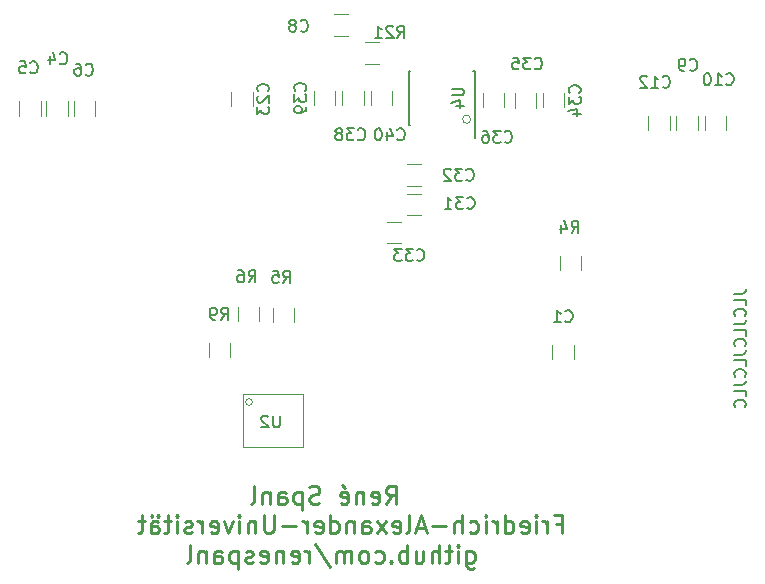
<source format=gbr>
%TF.GenerationSoftware,KiCad,Pcbnew,(5.1.5)-3*%
%TF.CreationDate,2020-11-20T20:43:40+01:00*%
%TF.ProjectId,PCB,5043422e-6b69-4636-9164-5f7063625858,rev?*%
%TF.SameCoordinates,Original*%
%TF.FileFunction,Legend,Bot*%
%TF.FilePolarity,Positive*%
%FSLAX46Y46*%
G04 Gerber Fmt 4.6, Leading zero omitted, Abs format (unit mm)*
G04 Created by KiCad (PCBNEW (5.1.5)-3) date 2020-11-20 20:43:40*
%MOMM*%
%LPD*%
G04 APERTURE LIST*
%ADD10C,0.150000*%
%ADD11C,0.250000*%
%ADD12C,0.120000*%
G04 APERTURE END LIST*
D10*
X129360680Y-145787052D02*
X130074966Y-145787052D01*
X130217823Y-145739433D01*
X130313061Y-145644195D01*
X130360680Y-145501338D01*
X130360680Y-145406100D01*
X130360680Y-146739433D02*
X130360680Y-146263242D01*
X129360680Y-146263242D01*
X130265442Y-147644195D02*
X130313061Y-147596576D01*
X130360680Y-147453719D01*
X130360680Y-147358480D01*
X130313061Y-147215623D01*
X130217823Y-147120385D01*
X130122585Y-147072766D01*
X129932109Y-147025147D01*
X129789252Y-147025147D01*
X129598776Y-147072766D01*
X129503538Y-147120385D01*
X129408300Y-147215623D01*
X129360680Y-147358480D01*
X129360680Y-147453719D01*
X129408300Y-147596576D01*
X129455919Y-147644195D01*
X129360680Y-148358480D02*
X130074966Y-148358480D01*
X130217823Y-148310861D01*
X130313061Y-148215623D01*
X130360680Y-148072766D01*
X130360680Y-147977528D01*
X130360680Y-149310861D02*
X130360680Y-148834671D01*
X129360680Y-148834671D01*
X130265442Y-150215623D02*
X130313061Y-150168004D01*
X130360680Y-150025147D01*
X130360680Y-149929909D01*
X130313061Y-149787052D01*
X130217823Y-149691814D01*
X130122585Y-149644195D01*
X129932109Y-149596576D01*
X129789252Y-149596576D01*
X129598776Y-149644195D01*
X129503538Y-149691814D01*
X129408300Y-149787052D01*
X129360680Y-149929909D01*
X129360680Y-150025147D01*
X129408300Y-150168004D01*
X129455919Y-150215623D01*
X129360680Y-150929909D02*
X130074966Y-150929909D01*
X130217823Y-150882290D01*
X130313061Y-150787052D01*
X130360680Y-150644195D01*
X130360680Y-150548957D01*
X130360680Y-151882290D02*
X130360680Y-151406100D01*
X129360680Y-151406100D01*
X130265442Y-152787052D02*
X130313061Y-152739433D01*
X130360680Y-152596576D01*
X130360680Y-152501338D01*
X130313061Y-152358480D01*
X130217823Y-152263242D01*
X130122585Y-152215623D01*
X129932109Y-152168004D01*
X129789252Y-152168004D01*
X129598776Y-152215623D01*
X129503538Y-152263242D01*
X129408300Y-152358480D01*
X129360680Y-152501338D01*
X129360680Y-152596576D01*
X129408300Y-152739433D01*
X129455919Y-152787052D01*
X129360680Y-153501338D02*
X130074966Y-153501338D01*
X130217823Y-153453719D01*
X130313061Y-153358480D01*
X130360680Y-153215623D01*
X130360680Y-153120385D01*
X130360680Y-154453719D02*
X130360680Y-153977528D01*
X129360680Y-153977528D01*
X130265442Y-155358480D02*
X130313061Y-155310861D01*
X130360680Y-155168004D01*
X130360680Y-155072766D01*
X130313061Y-154929909D01*
X130217823Y-154834671D01*
X130122585Y-154787052D01*
X129932109Y-154739433D01*
X129789252Y-154739433D01*
X129598776Y-154787052D01*
X129503538Y-154834671D01*
X129408300Y-154929909D01*
X129360680Y-155072766D01*
X129360680Y-155168004D01*
X129408300Y-155310861D01*
X129455919Y-155358480D01*
D11*
X99905771Y-163545271D02*
X100405771Y-162830985D01*
X100762914Y-163545271D02*
X100762914Y-162045271D01*
X100191485Y-162045271D01*
X100048628Y-162116700D01*
X99977200Y-162188128D01*
X99905771Y-162330985D01*
X99905771Y-162545271D01*
X99977200Y-162688128D01*
X100048628Y-162759557D01*
X100191485Y-162830985D01*
X100762914Y-162830985D01*
X98691485Y-163473842D02*
X98834342Y-163545271D01*
X99120057Y-163545271D01*
X99262914Y-163473842D01*
X99334342Y-163330985D01*
X99334342Y-162759557D01*
X99262914Y-162616700D01*
X99120057Y-162545271D01*
X98834342Y-162545271D01*
X98691485Y-162616700D01*
X98620057Y-162759557D01*
X98620057Y-162902414D01*
X99334342Y-163045271D01*
X97977200Y-162545271D02*
X97977200Y-163545271D01*
X97977200Y-162688128D02*
X97905771Y-162616700D01*
X97762914Y-162545271D01*
X97548628Y-162545271D01*
X97405771Y-162616700D01*
X97334342Y-162759557D01*
X97334342Y-163545271D01*
X96048628Y-163473842D02*
X96191485Y-163545271D01*
X96477200Y-163545271D01*
X96620057Y-163473842D01*
X96691485Y-163330985D01*
X96691485Y-162759557D01*
X96620057Y-162616700D01*
X96477200Y-162545271D01*
X96191485Y-162545271D01*
X96048628Y-162616700D01*
X95977200Y-162759557D01*
X95977200Y-162902414D01*
X96691485Y-163045271D01*
X96191485Y-161973842D02*
X96405771Y-162188128D01*
X94262914Y-163473842D02*
X94048628Y-163545271D01*
X93691485Y-163545271D01*
X93548628Y-163473842D01*
X93477200Y-163402414D01*
X93405771Y-163259557D01*
X93405771Y-163116700D01*
X93477200Y-162973842D01*
X93548628Y-162902414D01*
X93691485Y-162830985D01*
X93977200Y-162759557D01*
X94120057Y-162688128D01*
X94191485Y-162616700D01*
X94262914Y-162473842D01*
X94262914Y-162330985D01*
X94191485Y-162188128D01*
X94120057Y-162116700D01*
X93977200Y-162045271D01*
X93620057Y-162045271D01*
X93405771Y-162116700D01*
X92762914Y-162545271D02*
X92762914Y-164045271D01*
X92762914Y-162616700D02*
X92620057Y-162545271D01*
X92334342Y-162545271D01*
X92191485Y-162616700D01*
X92120057Y-162688128D01*
X92048628Y-162830985D01*
X92048628Y-163259557D01*
X92120057Y-163402414D01*
X92191485Y-163473842D01*
X92334342Y-163545271D01*
X92620057Y-163545271D01*
X92762914Y-163473842D01*
X90762914Y-163545271D02*
X90762914Y-162759557D01*
X90834342Y-162616700D01*
X90977200Y-162545271D01*
X91262914Y-162545271D01*
X91405771Y-162616700D01*
X90762914Y-163473842D02*
X90905771Y-163545271D01*
X91262914Y-163545271D01*
X91405771Y-163473842D01*
X91477200Y-163330985D01*
X91477200Y-163188128D01*
X91405771Y-163045271D01*
X91262914Y-162973842D01*
X90905771Y-162973842D01*
X90762914Y-162902414D01*
X90048628Y-162545271D02*
X90048628Y-163545271D01*
X90048628Y-162688128D02*
X89977200Y-162616700D01*
X89834342Y-162545271D01*
X89620057Y-162545271D01*
X89477200Y-162616700D01*
X89405771Y-162759557D01*
X89405771Y-163545271D01*
X88477200Y-163545271D02*
X88620057Y-163473842D01*
X88691485Y-163330985D01*
X88691485Y-162045271D01*
X114334342Y-165259557D02*
X114834342Y-165259557D01*
X114834342Y-166045271D02*
X114834342Y-164545271D01*
X114120057Y-164545271D01*
X113548628Y-166045271D02*
X113548628Y-165045271D01*
X113548628Y-165330985D02*
X113477200Y-165188128D01*
X113405771Y-165116700D01*
X113262914Y-165045271D01*
X113120057Y-165045271D01*
X112620057Y-166045271D02*
X112620057Y-165045271D01*
X112620057Y-164545271D02*
X112691485Y-164616700D01*
X112620057Y-164688128D01*
X112548628Y-164616700D01*
X112620057Y-164545271D01*
X112620057Y-164688128D01*
X111334342Y-165973842D02*
X111477200Y-166045271D01*
X111762914Y-166045271D01*
X111905771Y-165973842D01*
X111977200Y-165830985D01*
X111977200Y-165259557D01*
X111905771Y-165116700D01*
X111762914Y-165045271D01*
X111477200Y-165045271D01*
X111334342Y-165116700D01*
X111262914Y-165259557D01*
X111262914Y-165402414D01*
X111977200Y-165545271D01*
X109977200Y-166045271D02*
X109977200Y-164545271D01*
X109977200Y-165973842D02*
X110120057Y-166045271D01*
X110405771Y-166045271D01*
X110548628Y-165973842D01*
X110620057Y-165902414D01*
X110691485Y-165759557D01*
X110691485Y-165330985D01*
X110620057Y-165188128D01*
X110548628Y-165116700D01*
X110405771Y-165045271D01*
X110120057Y-165045271D01*
X109977200Y-165116700D01*
X109262914Y-166045271D02*
X109262914Y-165045271D01*
X109262914Y-165330985D02*
X109191485Y-165188128D01*
X109120057Y-165116700D01*
X108977200Y-165045271D01*
X108834342Y-165045271D01*
X108334342Y-166045271D02*
X108334342Y-165045271D01*
X108334342Y-164545271D02*
X108405771Y-164616700D01*
X108334342Y-164688128D01*
X108262914Y-164616700D01*
X108334342Y-164545271D01*
X108334342Y-164688128D01*
X106977200Y-165973842D02*
X107120057Y-166045271D01*
X107405771Y-166045271D01*
X107548628Y-165973842D01*
X107620057Y-165902414D01*
X107691485Y-165759557D01*
X107691485Y-165330985D01*
X107620057Y-165188128D01*
X107548628Y-165116700D01*
X107405771Y-165045271D01*
X107120057Y-165045271D01*
X106977200Y-165116700D01*
X106334342Y-166045271D02*
X106334342Y-164545271D01*
X105691485Y-166045271D02*
X105691485Y-165259557D01*
X105762914Y-165116700D01*
X105905771Y-165045271D01*
X106120057Y-165045271D01*
X106262914Y-165116700D01*
X106334342Y-165188128D01*
X104977200Y-165473842D02*
X103834342Y-165473842D01*
X103191485Y-165616700D02*
X102477200Y-165616700D01*
X103334342Y-166045271D02*
X102834342Y-164545271D01*
X102334342Y-166045271D01*
X101620057Y-166045271D02*
X101762914Y-165973842D01*
X101834342Y-165830985D01*
X101834342Y-164545271D01*
X100477200Y-165973842D02*
X100620057Y-166045271D01*
X100905771Y-166045271D01*
X101048628Y-165973842D01*
X101120057Y-165830985D01*
X101120057Y-165259557D01*
X101048628Y-165116700D01*
X100905771Y-165045271D01*
X100620057Y-165045271D01*
X100477200Y-165116700D01*
X100405771Y-165259557D01*
X100405771Y-165402414D01*
X101120057Y-165545271D01*
X99905771Y-166045271D02*
X99120057Y-165045271D01*
X99905771Y-165045271D02*
X99120057Y-166045271D01*
X97905771Y-166045271D02*
X97905771Y-165259557D01*
X97977200Y-165116700D01*
X98120057Y-165045271D01*
X98405771Y-165045271D01*
X98548628Y-165116700D01*
X97905771Y-165973842D02*
X98048628Y-166045271D01*
X98405771Y-166045271D01*
X98548628Y-165973842D01*
X98620057Y-165830985D01*
X98620057Y-165688128D01*
X98548628Y-165545271D01*
X98405771Y-165473842D01*
X98048628Y-165473842D01*
X97905771Y-165402414D01*
X97191485Y-165045271D02*
X97191485Y-166045271D01*
X97191485Y-165188128D02*
X97120057Y-165116700D01*
X96977200Y-165045271D01*
X96762914Y-165045271D01*
X96620057Y-165116700D01*
X96548628Y-165259557D01*
X96548628Y-166045271D01*
X95191485Y-166045271D02*
X95191485Y-164545271D01*
X95191485Y-165973842D02*
X95334342Y-166045271D01*
X95620057Y-166045271D01*
X95762914Y-165973842D01*
X95834342Y-165902414D01*
X95905771Y-165759557D01*
X95905771Y-165330985D01*
X95834342Y-165188128D01*
X95762914Y-165116700D01*
X95620057Y-165045271D01*
X95334342Y-165045271D01*
X95191485Y-165116700D01*
X93905771Y-165973842D02*
X94048628Y-166045271D01*
X94334342Y-166045271D01*
X94477200Y-165973842D01*
X94548628Y-165830985D01*
X94548628Y-165259557D01*
X94477200Y-165116700D01*
X94334342Y-165045271D01*
X94048628Y-165045271D01*
X93905771Y-165116700D01*
X93834342Y-165259557D01*
X93834342Y-165402414D01*
X94548628Y-165545271D01*
X93191485Y-166045271D02*
X93191485Y-165045271D01*
X93191485Y-165330985D02*
X93120057Y-165188128D01*
X93048628Y-165116700D01*
X92905771Y-165045271D01*
X92762914Y-165045271D01*
X92262914Y-165473842D02*
X91120057Y-165473842D01*
X90405771Y-164545271D02*
X90405771Y-165759557D01*
X90334342Y-165902414D01*
X90262914Y-165973842D01*
X90120057Y-166045271D01*
X89834342Y-166045271D01*
X89691485Y-165973842D01*
X89620057Y-165902414D01*
X89548628Y-165759557D01*
X89548628Y-164545271D01*
X88834342Y-165045271D02*
X88834342Y-166045271D01*
X88834342Y-165188128D02*
X88762914Y-165116700D01*
X88620057Y-165045271D01*
X88405771Y-165045271D01*
X88262914Y-165116700D01*
X88191485Y-165259557D01*
X88191485Y-166045271D01*
X87477200Y-166045271D02*
X87477200Y-165045271D01*
X87477200Y-164545271D02*
X87548628Y-164616700D01*
X87477200Y-164688128D01*
X87405771Y-164616700D01*
X87477200Y-164545271D01*
X87477200Y-164688128D01*
X86905771Y-165045271D02*
X86548628Y-166045271D01*
X86191485Y-165045271D01*
X85048628Y-165973842D02*
X85191485Y-166045271D01*
X85477200Y-166045271D01*
X85620057Y-165973842D01*
X85691485Y-165830985D01*
X85691485Y-165259557D01*
X85620057Y-165116700D01*
X85477200Y-165045271D01*
X85191485Y-165045271D01*
X85048628Y-165116700D01*
X84977200Y-165259557D01*
X84977200Y-165402414D01*
X85691485Y-165545271D01*
X84334342Y-166045271D02*
X84334342Y-165045271D01*
X84334342Y-165330985D02*
X84262914Y-165188128D01*
X84191485Y-165116700D01*
X84048628Y-165045271D01*
X83905771Y-165045271D01*
X83477200Y-165973842D02*
X83334342Y-166045271D01*
X83048628Y-166045271D01*
X82905771Y-165973842D01*
X82834342Y-165830985D01*
X82834342Y-165759557D01*
X82905771Y-165616700D01*
X83048628Y-165545271D01*
X83262914Y-165545271D01*
X83405771Y-165473842D01*
X83477200Y-165330985D01*
X83477200Y-165259557D01*
X83405771Y-165116700D01*
X83262914Y-165045271D01*
X83048628Y-165045271D01*
X82905771Y-165116700D01*
X82191485Y-166045271D02*
X82191485Y-165045271D01*
X82191485Y-164545271D02*
X82262914Y-164616700D01*
X82191485Y-164688128D01*
X82120057Y-164616700D01*
X82191485Y-164545271D01*
X82191485Y-164688128D01*
X81691485Y-165045271D02*
X81120057Y-165045271D01*
X81477200Y-164545271D02*
X81477200Y-165830985D01*
X81405771Y-165973842D01*
X81262914Y-166045271D01*
X81120057Y-166045271D01*
X79977200Y-166045271D02*
X79977200Y-165259557D01*
X80048628Y-165116700D01*
X80191485Y-165045271D01*
X80477200Y-165045271D01*
X80620057Y-165116700D01*
X79977200Y-165973842D02*
X80120057Y-166045271D01*
X80477200Y-166045271D01*
X80620057Y-165973842D01*
X80691485Y-165830985D01*
X80691485Y-165688128D01*
X80620057Y-165545271D01*
X80477200Y-165473842D01*
X80120057Y-165473842D01*
X79977200Y-165402414D01*
X80620057Y-164545271D02*
X80548628Y-164616700D01*
X80620057Y-164688128D01*
X80691485Y-164616700D01*
X80620057Y-164545271D01*
X80620057Y-164688128D01*
X80048628Y-164545271D02*
X79977200Y-164616700D01*
X80048628Y-164688128D01*
X80120057Y-164616700D01*
X80048628Y-164545271D01*
X80048628Y-164688128D01*
X79477200Y-165045271D02*
X78905771Y-165045271D01*
X79262914Y-164545271D02*
X79262914Y-165830985D01*
X79191485Y-165973842D01*
X79048628Y-166045271D01*
X78905771Y-166045271D01*
X106691485Y-167545271D02*
X106691485Y-168759557D01*
X106762914Y-168902414D01*
X106834342Y-168973842D01*
X106977200Y-169045271D01*
X107191485Y-169045271D01*
X107334342Y-168973842D01*
X106691485Y-168473842D02*
X106834342Y-168545271D01*
X107120057Y-168545271D01*
X107262914Y-168473842D01*
X107334342Y-168402414D01*
X107405771Y-168259557D01*
X107405771Y-167830985D01*
X107334342Y-167688128D01*
X107262914Y-167616700D01*
X107120057Y-167545271D01*
X106834342Y-167545271D01*
X106691485Y-167616700D01*
X105977200Y-168545271D02*
X105977200Y-167545271D01*
X105977200Y-167045271D02*
X106048628Y-167116700D01*
X105977200Y-167188128D01*
X105905771Y-167116700D01*
X105977200Y-167045271D01*
X105977200Y-167188128D01*
X105477200Y-167545271D02*
X104905771Y-167545271D01*
X105262914Y-167045271D02*
X105262914Y-168330985D01*
X105191485Y-168473842D01*
X105048628Y-168545271D01*
X104905771Y-168545271D01*
X104405771Y-168545271D02*
X104405771Y-167045271D01*
X103762914Y-168545271D02*
X103762914Y-167759557D01*
X103834342Y-167616700D01*
X103977200Y-167545271D01*
X104191485Y-167545271D01*
X104334342Y-167616700D01*
X104405771Y-167688128D01*
X102405771Y-167545271D02*
X102405771Y-168545271D01*
X103048628Y-167545271D02*
X103048628Y-168330985D01*
X102977200Y-168473842D01*
X102834342Y-168545271D01*
X102620057Y-168545271D01*
X102477200Y-168473842D01*
X102405771Y-168402414D01*
X101691485Y-168545271D02*
X101691485Y-167045271D01*
X101691485Y-167616700D02*
X101548628Y-167545271D01*
X101262914Y-167545271D01*
X101120057Y-167616700D01*
X101048628Y-167688128D01*
X100977200Y-167830985D01*
X100977200Y-168259557D01*
X101048628Y-168402414D01*
X101120057Y-168473842D01*
X101262914Y-168545271D01*
X101548628Y-168545271D01*
X101691485Y-168473842D01*
X100334342Y-168402414D02*
X100262914Y-168473842D01*
X100334342Y-168545271D01*
X100405771Y-168473842D01*
X100334342Y-168402414D01*
X100334342Y-168545271D01*
X98977200Y-168473842D02*
X99120057Y-168545271D01*
X99405771Y-168545271D01*
X99548628Y-168473842D01*
X99620057Y-168402414D01*
X99691485Y-168259557D01*
X99691485Y-167830985D01*
X99620057Y-167688128D01*
X99548628Y-167616700D01*
X99405771Y-167545271D01*
X99120057Y-167545271D01*
X98977200Y-167616700D01*
X98120057Y-168545271D02*
X98262914Y-168473842D01*
X98334342Y-168402414D01*
X98405771Y-168259557D01*
X98405771Y-167830985D01*
X98334342Y-167688128D01*
X98262914Y-167616700D01*
X98120057Y-167545271D01*
X97905771Y-167545271D01*
X97762914Y-167616700D01*
X97691485Y-167688128D01*
X97620057Y-167830985D01*
X97620057Y-168259557D01*
X97691485Y-168402414D01*
X97762914Y-168473842D01*
X97905771Y-168545271D01*
X98120057Y-168545271D01*
X96977200Y-168545271D02*
X96977200Y-167545271D01*
X96977200Y-167688128D02*
X96905771Y-167616700D01*
X96762914Y-167545271D01*
X96548628Y-167545271D01*
X96405771Y-167616700D01*
X96334342Y-167759557D01*
X96334342Y-168545271D01*
X96334342Y-167759557D02*
X96262914Y-167616700D01*
X96120057Y-167545271D01*
X95905771Y-167545271D01*
X95762914Y-167616700D01*
X95691485Y-167759557D01*
X95691485Y-168545271D01*
X93905771Y-166973842D02*
X95191485Y-168902414D01*
X93405771Y-168545271D02*
X93405771Y-167545271D01*
X93405771Y-167830985D02*
X93334342Y-167688128D01*
X93262914Y-167616700D01*
X93120057Y-167545271D01*
X92977200Y-167545271D01*
X91905771Y-168473842D02*
X92048628Y-168545271D01*
X92334342Y-168545271D01*
X92477200Y-168473842D01*
X92548628Y-168330985D01*
X92548628Y-167759557D01*
X92477200Y-167616700D01*
X92334342Y-167545271D01*
X92048628Y-167545271D01*
X91905771Y-167616700D01*
X91834342Y-167759557D01*
X91834342Y-167902414D01*
X92548628Y-168045271D01*
X91191485Y-167545271D02*
X91191485Y-168545271D01*
X91191485Y-167688128D02*
X91120057Y-167616700D01*
X90977200Y-167545271D01*
X90762914Y-167545271D01*
X90620057Y-167616700D01*
X90548628Y-167759557D01*
X90548628Y-168545271D01*
X89262914Y-168473842D02*
X89405771Y-168545271D01*
X89691485Y-168545271D01*
X89834342Y-168473842D01*
X89905771Y-168330985D01*
X89905771Y-167759557D01*
X89834342Y-167616700D01*
X89691485Y-167545271D01*
X89405771Y-167545271D01*
X89262914Y-167616700D01*
X89191485Y-167759557D01*
X89191485Y-167902414D01*
X89905771Y-168045271D01*
X88620057Y-168473842D02*
X88477200Y-168545271D01*
X88191485Y-168545271D01*
X88048628Y-168473842D01*
X87977200Y-168330985D01*
X87977200Y-168259557D01*
X88048628Y-168116700D01*
X88191485Y-168045271D01*
X88405771Y-168045271D01*
X88548628Y-167973842D01*
X88620057Y-167830985D01*
X88620057Y-167759557D01*
X88548628Y-167616700D01*
X88405771Y-167545271D01*
X88191485Y-167545271D01*
X88048628Y-167616700D01*
X87334342Y-167545271D02*
X87334342Y-169045271D01*
X87334342Y-167616700D02*
X87191485Y-167545271D01*
X86905771Y-167545271D01*
X86762914Y-167616700D01*
X86691485Y-167688128D01*
X86620057Y-167830985D01*
X86620057Y-168259557D01*
X86691485Y-168402414D01*
X86762914Y-168473842D01*
X86905771Y-168545271D01*
X87191485Y-168545271D01*
X87334342Y-168473842D01*
X85334342Y-168545271D02*
X85334342Y-167759557D01*
X85405771Y-167616700D01*
X85548628Y-167545271D01*
X85834342Y-167545271D01*
X85977200Y-167616700D01*
X85334342Y-168473842D02*
X85477200Y-168545271D01*
X85834342Y-168545271D01*
X85977200Y-168473842D01*
X86048628Y-168330985D01*
X86048628Y-168188128D01*
X85977200Y-168045271D01*
X85834342Y-167973842D01*
X85477200Y-167973842D01*
X85334342Y-167902414D01*
X84620057Y-167545271D02*
X84620057Y-168545271D01*
X84620057Y-167688128D02*
X84548628Y-167616700D01*
X84405771Y-167545271D01*
X84191485Y-167545271D01*
X84048628Y-167616700D01*
X83977200Y-167759557D01*
X83977200Y-168545271D01*
X83048628Y-168545271D02*
X83191485Y-168473842D01*
X83262914Y-168330985D01*
X83262914Y-167045271D01*
D12*
%TO.C,U2*%
X87751380Y-158751978D02*
X92851380Y-158751978D01*
X92851380Y-158751978D02*
X92851380Y-154251978D01*
X92851380Y-154251978D02*
X87771380Y-154251978D01*
X87771380Y-154251978D02*
X87771380Y-158751978D01*
X88577041Y-154941360D02*
G75*
G03X88577041Y-154941360I-289181J0D01*
G01*
D10*
%TO.C,U4*%
X107400000Y-126900000D02*
X107300000Y-126900000D01*
X101875000Y-126875000D02*
X101900000Y-126875000D01*
X101875000Y-131525000D02*
X101900000Y-131525000D01*
X107400000Y-132600000D02*
X107400000Y-126900000D01*
X101875000Y-131525000D02*
X101875000Y-126875000D01*
D12*
X107073210Y-131000000D02*
G75*
G03X107073210Y-131000000I-348210J0D01*
G01*
%TO.C,R5*%
X92133900Y-148195564D02*
X92133900Y-146991436D01*
X90313900Y-148195564D02*
X90313900Y-146991436D01*
%TO.C,R6*%
X89175000Y-148110964D02*
X89175000Y-146906836D01*
X87355000Y-148110964D02*
X87355000Y-146906836D01*
%TO.C,R21*%
X99314564Y-124490000D02*
X98110436Y-124490000D01*
X99314564Y-126310000D02*
X98110436Y-126310000D01*
%TO.C,R9*%
X86711200Y-151162164D02*
X86711200Y-149958036D01*
X84891200Y-151162164D02*
X84891200Y-149958036D01*
%TO.C,R4*%
X116410000Y-143789564D02*
X116410000Y-142585436D01*
X114590000Y-143789564D02*
X114590000Y-142585436D01*
%TO.C,C40*%
X100410000Y-129802064D02*
X100410000Y-128597936D01*
X98590000Y-129802064D02*
X98590000Y-128597936D01*
%TO.C,C39*%
X95610000Y-129814564D02*
X95610000Y-128610436D01*
X93790000Y-129814564D02*
X93790000Y-128610436D01*
%TO.C,C38*%
X98010000Y-129802064D02*
X98010000Y-128597936D01*
X96190000Y-129802064D02*
X96190000Y-128597936D01*
%TO.C,C36*%
X109910000Y-129989564D02*
X109910000Y-128785436D01*
X108090000Y-129989564D02*
X108090000Y-128785436D01*
%TO.C,C35*%
X112610000Y-130014564D02*
X112610000Y-128810436D01*
X110790000Y-130014564D02*
X110790000Y-128810436D01*
%TO.C,C34*%
X115010000Y-130002064D02*
X115010000Y-128797936D01*
X113190000Y-130002064D02*
X113190000Y-128797936D01*
%TO.C,C33*%
X99997936Y-141510000D02*
X101202064Y-141510000D01*
X99997936Y-139690000D02*
X101202064Y-139690000D01*
%TO.C,C32*%
X102902064Y-137290000D02*
X101697936Y-137290000D01*
X102902064Y-139110000D02*
X101697936Y-139110000D01*
%TO.C,C31*%
X101697936Y-136610000D02*
X102902064Y-136610000D01*
X101697936Y-134790000D02*
X102902064Y-134790000D01*
%TO.C,C23*%
X88610000Y-129889564D02*
X88610000Y-128685436D01*
X86790000Y-129889564D02*
X86790000Y-128685436D01*
%TO.C,C12*%
X122090000Y-130685436D02*
X122090000Y-131889564D01*
X123910000Y-130685436D02*
X123910000Y-131889564D01*
%TO.C,C10*%
X126890000Y-130697936D02*
X126890000Y-131902064D01*
X128710000Y-130697936D02*
X128710000Y-131902064D01*
%TO.C,C9*%
X124490000Y-130685436D02*
X124490000Y-131889564D01*
X126310000Y-130685436D02*
X126310000Y-131889564D01*
%TO.C,C8*%
X95487736Y-123922200D02*
X96691864Y-123922200D01*
X95487736Y-122102200D02*
X96691864Y-122102200D01*
%TO.C,C6*%
X73448500Y-129482436D02*
X73448500Y-130686564D01*
X75268500Y-129482436D02*
X75268500Y-130686564D01*
%TO.C,C5*%
X68838400Y-129482436D02*
X68838400Y-130686564D01*
X70658400Y-129482436D02*
X70658400Y-130686564D01*
%TO.C,C4*%
X71137100Y-129482436D02*
X71137100Y-130686564D01*
X72957100Y-129482436D02*
X72957100Y-130686564D01*
%TO.C,C1*%
X115781500Y-151314564D02*
X115781500Y-150110436D01*
X113961500Y-151314564D02*
X113961500Y-150110436D01*
%TO.C,U2*%
D10*
X90906504Y-156094180D02*
X90906504Y-156903704D01*
X90858885Y-156998942D01*
X90811266Y-157046561D01*
X90716028Y-157094180D01*
X90525552Y-157094180D01*
X90430314Y-157046561D01*
X90382695Y-156998942D01*
X90335076Y-156903704D01*
X90335076Y-156094180D01*
X89906504Y-156189419D02*
X89858885Y-156141800D01*
X89763647Y-156094180D01*
X89525552Y-156094180D01*
X89430314Y-156141800D01*
X89382695Y-156189419D01*
X89335076Y-156284657D01*
X89335076Y-156379895D01*
X89382695Y-156522752D01*
X89954123Y-157094180D01*
X89335076Y-157094180D01*
%TO.C,U4*%
X105484680Y-128397095D02*
X106294204Y-128397095D01*
X106389442Y-128444714D01*
X106437061Y-128492333D01*
X106484680Y-128587571D01*
X106484680Y-128778047D01*
X106437061Y-128873285D01*
X106389442Y-128920904D01*
X106294204Y-128968523D01*
X105484680Y-128968523D01*
X105818014Y-129873285D02*
X106484680Y-129873285D01*
X105437061Y-129635190D02*
X106151347Y-129397095D01*
X106151347Y-130016142D01*
%TO.C,R5*%
X91200266Y-144838680D02*
X91533600Y-144362490D01*
X91771695Y-144838680D02*
X91771695Y-143838680D01*
X91390742Y-143838680D01*
X91295504Y-143886300D01*
X91247885Y-143933919D01*
X91200266Y-144029157D01*
X91200266Y-144172014D01*
X91247885Y-144267252D01*
X91295504Y-144314871D01*
X91390742Y-144362490D01*
X91771695Y-144362490D01*
X90295504Y-143838680D02*
X90771695Y-143838680D01*
X90819314Y-144314871D01*
X90771695Y-144267252D01*
X90676457Y-144219633D01*
X90438361Y-144219633D01*
X90343123Y-144267252D01*
X90295504Y-144314871D01*
X90247885Y-144410109D01*
X90247885Y-144648204D01*
X90295504Y-144743442D01*
X90343123Y-144791061D01*
X90438361Y-144838680D01*
X90676457Y-144838680D01*
X90771695Y-144791061D01*
X90819314Y-144743442D01*
%TO.C,R6*%
X88266566Y-144787880D02*
X88599900Y-144311690D01*
X88837995Y-144787880D02*
X88837995Y-143787880D01*
X88457042Y-143787880D01*
X88361804Y-143835500D01*
X88314185Y-143883119D01*
X88266566Y-143978357D01*
X88266566Y-144121214D01*
X88314185Y-144216452D01*
X88361804Y-144264071D01*
X88457042Y-144311690D01*
X88837995Y-144311690D01*
X87409423Y-143787880D02*
X87599900Y-143787880D01*
X87695138Y-143835500D01*
X87742757Y-143883119D01*
X87837995Y-144025976D01*
X87885614Y-144216452D01*
X87885614Y-144597404D01*
X87837995Y-144692642D01*
X87790376Y-144740261D01*
X87695138Y-144787880D01*
X87504661Y-144787880D01*
X87409423Y-144740261D01*
X87361804Y-144692642D01*
X87314185Y-144597404D01*
X87314185Y-144359309D01*
X87361804Y-144264071D01*
X87409423Y-144216452D01*
X87504661Y-144168833D01*
X87695138Y-144168833D01*
X87790376Y-144216452D01*
X87837995Y-144264071D01*
X87885614Y-144359309D01*
%TO.C,R21*%
X100871257Y-124099580D02*
X101204590Y-123623390D01*
X101442685Y-124099580D02*
X101442685Y-123099580D01*
X101061733Y-123099580D01*
X100966495Y-123147200D01*
X100918876Y-123194819D01*
X100871257Y-123290057D01*
X100871257Y-123432914D01*
X100918876Y-123528152D01*
X100966495Y-123575771D01*
X101061733Y-123623390D01*
X101442685Y-123623390D01*
X100490304Y-123194819D02*
X100442685Y-123147200D01*
X100347447Y-123099580D01*
X100109352Y-123099580D01*
X100014114Y-123147200D01*
X99966495Y-123194819D01*
X99918876Y-123290057D01*
X99918876Y-123385295D01*
X99966495Y-123528152D01*
X100537923Y-124099580D01*
X99918876Y-124099580D01*
X98966495Y-124099580D02*
X99537923Y-124099580D01*
X99252209Y-124099580D02*
X99252209Y-123099580D01*
X99347447Y-123242438D01*
X99442685Y-123337676D01*
X99537923Y-123385295D01*
%TO.C,R9*%
X85929766Y-147962880D02*
X86263100Y-147486690D01*
X86501195Y-147962880D02*
X86501195Y-146962880D01*
X86120242Y-146962880D01*
X86025004Y-147010500D01*
X85977385Y-147058119D01*
X85929766Y-147153357D01*
X85929766Y-147296214D01*
X85977385Y-147391452D01*
X86025004Y-147439071D01*
X86120242Y-147486690D01*
X86501195Y-147486690D01*
X85453576Y-147962880D02*
X85263100Y-147962880D01*
X85167861Y-147915261D01*
X85120242Y-147867642D01*
X85025004Y-147724785D01*
X84977385Y-147534309D01*
X84977385Y-147153357D01*
X85025004Y-147058119D01*
X85072623Y-147010500D01*
X85167861Y-146962880D01*
X85358338Y-146962880D01*
X85453576Y-147010500D01*
X85501195Y-147058119D01*
X85548814Y-147153357D01*
X85548814Y-147391452D01*
X85501195Y-147486690D01*
X85453576Y-147534309D01*
X85358338Y-147581928D01*
X85167861Y-147581928D01*
X85072623Y-147534309D01*
X85025004Y-147486690D01*
X84977385Y-147391452D01*
%TO.C,R4*%
X115609666Y-140609580D02*
X115943000Y-140133390D01*
X116181095Y-140609580D02*
X116181095Y-139609580D01*
X115800142Y-139609580D01*
X115704904Y-139657200D01*
X115657285Y-139704819D01*
X115609666Y-139800057D01*
X115609666Y-139942914D01*
X115657285Y-140038152D01*
X115704904Y-140085771D01*
X115800142Y-140133390D01*
X116181095Y-140133390D01*
X114752523Y-139942914D02*
X114752523Y-140609580D01*
X114990619Y-139561961D02*
X115228714Y-140276247D01*
X114609666Y-140276247D01*
%TO.C,C40*%
X100858557Y-132678442D02*
X100906176Y-132726061D01*
X101049033Y-132773680D01*
X101144271Y-132773680D01*
X101287128Y-132726061D01*
X101382366Y-132630823D01*
X101429985Y-132535585D01*
X101477604Y-132345109D01*
X101477604Y-132202252D01*
X101429985Y-132011776D01*
X101382366Y-131916538D01*
X101287128Y-131821300D01*
X101144271Y-131773680D01*
X101049033Y-131773680D01*
X100906176Y-131821300D01*
X100858557Y-131868919D01*
X100001414Y-132107014D02*
X100001414Y-132773680D01*
X100239509Y-131726061D02*
X100477604Y-132440347D01*
X99858557Y-132440347D01*
X99287128Y-131773680D02*
X99191890Y-131773680D01*
X99096652Y-131821300D01*
X99049033Y-131868919D01*
X99001414Y-131964157D01*
X98953795Y-132154633D01*
X98953795Y-132392728D01*
X99001414Y-132583204D01*
X99049033Y-132678442D01*
X99096652Y-132726061D01*
X99191890Y-132773680D01*
X99287128Y-132773680D01*
X99382366Y-132726061D01*
X99429985Y-132678442D01*
X99477604Y-132583204D01*
X99525223Y-132392728D01*
X99525223Y-132154633D01*
X99477604Y-131964157D01*
X99429985Y-131868919D01*
X99382366Y-131821300D01*
X99287128Y-131773680D01*
%TO.C,C39*%
X93041742Y-128566942D02*
X93089361Y-128519323D01*
X93136980Y-128376466D01*
X93136980Y-128281228D01*
X93089361Y-128138371D01*
X92994123Y-128043133D01*
X92898885Y-127995514D01*
X92708409Y-127947895D01*
X92565552Y-127947895D01*
X92375076Y-127995514D01*
X92279838Y-128043133D01*
X92184600Y-128138371D01*
X92136980Y-128281228D01*
X92136980Y-128376466D01*
X92184600Y-128519323D01*
X92232219Y-128566942D01*
X92136980Y-128900276D02*
X92136980Y-129519323D01*
X92517933Y-129185990D01*
X92517933Y-129328847D01*
X92565552Y-129424085D01*
X92613171Y-129471704D01*
X92708409Y-129519323D01*
X92946504Y-129519323D01*
X93041742Y-129471704D01*
X93089361Y-129424085D01*
X93136980Y-129328847D01*
X93136980Y-129043133D01*
X93089361Y-128947895D01*
X93041742Y-128900276D01*
X93136980Y-129995514D02*
X93136980Y-130185990D01*
X93089361Y-130281228D01*
X93041742Y-130328847D01*
X92898885Y-130424085D01*
X92708409Y-130471704D01*
X92327457Y-130471704D01*
X92232219Y-130424085D01*
X92184600Y-130376466D01*
X92136980Y-130281228D01*
X92136980Y-130090752D01*
X92184600Y-129995514D01*
X92232219Y-129947895D01*
X92327457Y-129900276D01*
X92565552Y-129900276D01*
X92660790Y-129947895D01*
X92708409Y-129995514D01*
X92756028Y-130090752D01*
X92756028Y-130281228D01*
X92708409Y-130376466D01*
X92660790Y-130424085D01*
X92565552Y-130471704D01*
%TO.C,C38*%
X97518457Y-132678442D02*
X97566076Y-132726061D01*
X97708933Y-132773680D01*
X97804171Y-132773680D01*
X97947028Y-132726061D01*
X98042266Y-132630823D01*
X98089885Y-132535585D01*
X98137504Y-132345109D01*
X98137504Y-132202252D01*
X98089885Y-132011776D01*
X98042266Y-131916538D01*
X97947028Y-131821300D01*
X97804171Y-131773680D01*
X97708933Y-131773680D01*
X97566076Y-131821300D01*
X97518457Y-131868919D01*
X97185123Y-131773680D02*
X96566076Y-131773680D01*
X96899409Y-132154633D01*
X96756552Y-132154633D01*
X96661314Y-132202252D01*
X96613695Y-132249871D01*
X96566076Y-132345109D01*
X96566076Y-132583204D01*
X96613695Y-132678442D01*
X96661314Y-132726061D01*
X96756552Y-132773680D01*
X97042266Y-132773680D01*
X97137504Y-132726061D01*
X97185123Y-132678442D01*
X95994647Y-132202252D02*
X96089885Y-132154633D01*
X96137504Y-132107014D01*
X96185123Y-132011776D01*
X96185123Y-131964157D01*
X96137504Y-131868919D01*
X96089885Y-131821300D01*
X95994647Y-131773680D01*
X95804171Y-131773680D01*
X95708933Y-131821300D01*
X95661314Y-131868919D01*
X95613695Y-131964157D01*
X95613695Y-132011776D01*
X95661314Y-132107014D01*
X95708933Y-132154633D01*
X95804171Y-132202252D01*
X95994647Y-132202252D01*
X96089885Y-132249871D01*
X96137504Y-132297490D01*
X96185123Y-132392728D01*
X96185123Y-132583204D01*
X96137504Y-132678442D01*
X96089885Y-132726061D01*
X95994647Y-132773680D01*
X95804171Y-132773680D01*
X95708933Y-132726061D01*
X95661314Y-132678442D01*
X95613695Y-132583204D01*
X95613695Y-132392728D01*
X95661314Y-132297490D01*
X95708933Y-132249871D01*
X95804171Y-132202252D01*
%TO.C,C36*%
X109939057Y-132894342D02*
X109986676Y-132941961D01*
X110129533Y-132989580D01*
X110224771Y-132989580D01*
X110367628Y-132941961D01*
X110462866Y-132846723D01*
X110510485Y-132751485D01*
X110558104Y-132561009D01*
X110558104Y-132418152D01*
X110510485Y-132227676D01*
X110462866Y-132132438D01*
X110367628Y-132037200D01*
X110224771Y-131989580D01*
X110129533Y-131989580D01*
X109986676Y-132037200D01*
X109939057Y-132084819D01*
X109605723Y-131989580D02*
X108986676Y-131989580D01*
X109320009Y-132370533D01*
X109177152Y-132370533D01*
X109081914Y-132418152D01*
X109034295Y-132465771D01*
X108986676Y-132561009D01*
X108986676Y-132799104D01*
X109034295Y-132894342D01*
X109081914Y-132941961D01*
X109177152Y-132989580D01*
X109462866Y-132989580D01*
X109558104Y-132941961D01*
X109605723Y-132894342D01*
X108129533Y-131989580D02*
X108320009Y-131989580D01*
X108415247Y-132037200D01*
X108462866Y-132084819D01*
X108558104Y-132227676D01*
X108605723Y-132418152D01*
X108605723Y-132799104D01*
X108558104Y-132894342D01*
X108510485Y-132941961D01*
X108415247Y-132989580D01*
X108224771Y-132989580D01*
X108129533Y-132941961D01*
X108081914Y-132894342D01*
X108034295Y-132799104D01*
X108034295Y-132561009D01*
X108081914Y-132465771D01*
X108129533Y-132418152D01*
X108224771Y-132370533D01*
X108415247Y-132370533D01*
X108510485Y-132418152D01*
X108558104Y-132465771D01*
X108605723Y-132561009D01*
%TO.C,C35*%
X112491757Y-126684042D02*
X112539376Y-126731661D01*
X112682233Y-126779280D01*
X112777471Y-126779280D01*
X112920328Y-126731661D01*
X113015566Y-126636423D01*
X113063185Y-126541185D01*
X113110804Y-126350709D01*
X113110804Y-126207852D01*
X113063185Y-126017376D01*
X113015566Y-125922138D01*
X112920328Y-125826900D01*
X112777471Y-125779280D01*
X112682233Y-125779280D01*
X112539376Y-125826900D01*
X112491757Y-125874519D01*
X112158423Y-125779280D02*
X111539376Y-125779280D01*
X111872709Y-126160233D01*
X111729852Y-126160233D01*
X111634614Y-126207852D01*
X111586995Y-126255471D01*
X111539376Y-126350709D01*
X111539376Y-126588804D01*
X111586995Y-126684042D01*
X111634614Y-126731661D01*
X111729852Y-126779280D01*
X112015566Y-126779280D01*
X112110804Y-126731661D01*
X112158423Y-126684042D01*
X110634614Y-125779280D02*
X111110804Y-125779280D01*
X111158423Y-126255471D01*
X111110804Y-126207852D01*
X111015566Y-126160233D01*
X110777471Y-126160233D01*
X110682233Y-126207852D01*
X110634614Y-126255471D01*
X110586995Y-126350709D01*
X110586995Y-126588804D01*
X110634614Y-126684042D01*
X110682233Y-126731661D01*
X110777471Y-126779280D01*
X111015566Y-126779280D01*
X111110804Y-126731661D01*
X111158423Y-126684042D01*
%TO.C,C34*%
X116277142Y-128757142D02*
X116324761Y-128709523D01*
X116372380Y-128566666D01*
X116372380Y-128471428D01*
X116324761Y-128328571D01*
X116229523Y-128233333D01*
X116134285Y-128185714D01*
X115943809Y-128138095D01*
X115800952Y-128138095D01*
X115610476Y-128185714D01*
X115515238Y-128233333D01*
X115420000Y-128328571D01*
X115372380Y-128471428D01*
X115372380Y-128566666D01*
X115420000Y-128709523D01*
X115467619Y-128757142D01*
X115372380Y-129090476D02*
X115372380Y-129709523D01*
X115753333Y-129376190D01*
X115753333Y-129519047D01*
X115800952Y-129614285D01*
X115848571Y-129661904D01*
X115943809Y-129709523D01*
X116181904Y-129709523D01*
X116277142Y-129661904D01*
X116324761Y-129614285D01*
X116372380Y-129519047D01*
X116372380Y-129233333D01*
X116324761Y-129138095D01*
X116277142Y-129090476D01*
X115705714Y-130566666D02*
X116372380Y-130566666D01*
X115324761Y-130328571D02*
X116039047Y-130090476D01*
X116039047Y-130709523D01*
%TO.C,C33*%
X102509557Y-142889242D02*
X102557176Y-142936861D01*
X102700033Y-142984480D01*
X102795271Y-142984480D01*
X102938128Y-142936861D01*
X103033366Y-142841623D01*
X103080985Y-142746385D01*
X103128604Y-142555909D01*
X103128604Y-142413052D01*
X103080985Y-142222576D01*
X103033366Y-142127338D01*
X102938128Y-142032100D01*
X102795271Y-141984480D01*
X102700033Y-141984480D01*
X102557176Y-142032100D01*
X102509557Y-142079719D01*
X102176223Y-141984480D02*
X101557176Y-141984480D01*
X101890509Y-142365433D01*
X101747652Y-142365433D01*
X101652414Y-142413052D01*
X101604795Y-142460671D01*
X101557176Y-142555909D01*
X101557176Y-142794004D01*
X101604795Y-142889242D01*
X101652414Y-142936861D01*
X101747652Y-142984480D01*
X102033366Y-142984480D01*
X102128604Y-142936861D01*
X102176223Y-142889242D01*
X101223842Y-141984480D02*
X100604795Y-141984480D01*
X100938128Y-142365433D01*
X100795271Y-142365433D01*
X100700033Y-142413052D01*
X100652414Y-142460671D01*
X100604795Y-142555909D01*
X100604795Y-142794004D01*
X100652414Y-142889242D01*
X100700033Y-142936861D01*
X100795271Y-142984480D01*
X101080985Y-142984480D01*
X101176223Y-142936861D01*
X101223842Y-142889242D01*
%TO.C,C32*%
X106700557Y-136107442D02*
X106748176Y-136155061D01*
X106891033Y-136202680D01*
X106986271Y-136202680D01*
X107129128Y-136155061D01*
X107224366Y-136059823D01*
X107271985Y-135964585D01*
X107319604Y-135774109D01*
X107319604Y-135631252D01*
X107271985Y-135440776D01*
X107224366Y-135345538D01*
X107129128Y-135250300D01*
X106986271Y-135202680D01*
X106891033Y-135202680D01*
X106748176Y-135250300D01*
X106700557Y-135297919D01*
X106367223Y-135202680D02*
X105748176Y-135202680D01*
X106081509Y-135583633D01*
X105938652Y-135583633D01*
X105843414Y-135631252D01*
X105795795Y-135678871D01*
X105748176Y-135774109D01*
X105748176Y-136012204D01*
X105795795Y-136107442D01*
X105843414Y-136155061D01*
X105938652Y-136202680D01*
X106224366Y-136202680D01*
X106319604Y-136155061D01*
X106367223Y-136107442D01*
X105367223Y-135297919D02*
X105319604Y-135250300D01*
X105224366Y-135202680D01*
X104986271Y-135202680D01*
X104891033Y-135250300D01*
X104843414Y-135297919D01*
X104795795Y-135393157D01*
X104795795Y-135488395D01*
X104843414Y-135631252D01*
X105414842Y-136202680D01*
X104795795Y-136202680D01*
%TO.C,C31*%
X106776757Y-138495042D02*
X106824376Y-138542661D01*
X106967233Y-138590280D01*
X107062471Y-138590280D01*
X107205328Y-138542661D01*
X107300566Y-138447423D01*
X107348185Y-138352185D01*
X107395804Y-138161709D01*
X107395804Y-138018852D01*
X107348185Y-137828376D01*
X107300566Y-137733138D01*
X107205328Y-137637900D01*
X107062471Y-137590280D01*
X106967233Y-137590280D01*
X106824376Y-137637900D01*
X106776757Y-137685519D01*
X106443423Y-137590280D02*
X105824376Y-137590280D01*
X106157709Y-137971233D01*
X106014852Y-137971233D01*
X105919614Y-138018852D01*
X105871995Y-138066471D01*
X105824376Y-138161709D01*
X105824376Y-138399804D01*
X105871995Y-138495042D01*
X105919614Y-138542661D01*
X106014852Y-138590280D01*
X106300566Y-138590280D01*
X106395804Y-138542661D01*
X106443423Y-138495042D01*
X104871995Y-138590280D02*
X105443423Y-138590280D01*
X105157709Y-138590280D02*
X105157709Y-137590280D01*
X105252947Y-137733138D01*
X105348185Y-137828376D01*
X105443423Y-137875995D01*
%TO.C,C23*%
X89877142Y-128644642D02*
X89924761Y-128597023D01*
X89972380Y-128454166D01*
X89972380Y-128358928D01*
X89924761Y-128216071D01*
X89829523Y-128120833D01*
X89734285Y-128073214D01*
X89543809Y-128025595D01*
X89400952Y-128025595D01*
X89210476Y-128073214D01*
X89115238Y-128120833D01*
X89020000Y-128216071D01*
X88972380Y-128358928D01*
X88972380Y-128454166D01*
X89020000Y-128597023D01*
X89067619Y-128644642D01*
X89067619Y-129025595D02*
X89020000Y-129073214D01*
X88972380Y-129168452D01*
X88972380Y-129406547D01*
X89020000Y-129501785D01*
X89067619Y-129549404D01*
X89162857Y-129597023D01*
X89258095Y-129597023D01*
X89400952Y-129549404D01*
X89972380Y-128977976D01*
X89972380Y-129597023D01*
X88972380Y-129930357D02*
X88972380Y-130549404D01*
X89353333Y-130216071D01*
X89353333Y-130358928D01*
X89400952Y-130454166D01*
X89448571Y-130501785D01*
X89543809Y-130549404D01*
X89781904Y-130549404D01*
X89877142Y-130501785D01*
X89924761Y-130454166D01*
X89972380Y-130358928D01*
X89972380Y-130073214D01*
X89924761Y-129977976D01*
X89877142Y-129930357D01*
%TO.C,C12*%
X123312157Y-128233442D02*
X123359776Y-128281061D01*
X123502633Y-128328680D01*
X123597871Y-128328680D01*
X123740728Y-128281061D01*
X123835966Y-128185823D01*
X123883585Y-128090585D01*
X123931204Y-127900109D01*
X123931204Y-127757252D01*
X123883585Y-127566776D01*
X123835966Y-127471538D01*
X123740728Y-127376300D01*
X123597871Y-127328680D01*
X123502633Y-127328680D01*
X123359776Y-127376300D01*
X123312157Y-127423919D01*
X122359776Y-128328680D02*
X122931204Y-128328680D01*
X122645490Y-128328680D02*
X122645490Y-127328680D01*
X122740728Y-127471538D01*
X122835966Y-127566776D01*
X122931204Y-127614395D01*
X121978823Y-127423919D02*
X121931204Y-127376300D01*
X121835966Y-127328680D01*
X121597871Y-127328680D01*
X121502633Y-127376300D01*
X121455014Y-127423919D01*
X121407395Y-127519157D01*
X121407395Y-127614395D01*
X121455014Y-127757252D01*
X122026442Y-128328680D01*
X121407395Y-128328680D01*
%TO.C,C10*%
X128709657Y-128017542D02*
X128757276Y-128065161D01*
X128900133Y-128112780D01*
X128995371Y-128112780D01*
X129138228Y-128065161D01*
X129233466Y-127969923D01*
X129281085Y-127874685D01*
X129328704Y-127684209D01*
X129328704Y-127541352D01*
X129281085Y-127350876D01*
X129233466Y-127255638D01*
X129138228Y-127160400D01*
X128995371Y-127112780D01*
X128900133Y-127112780D01*
X128757276Y-127160400D01*
X128709657Y-127208019D01*
X127757276Y-128112780D02*
X128328704Y-128112780D01*
X128042990Y-128112780D02*
X128042990Y-127112780D01*
X128138228Y-127255638D01*
X128233466Y-127350876D01*
X128328704Y-127398495D01*
X127138228Y-127112780D02*
X127042990Y-127112780D01*
X126947752Y-127160400D01*
X126900133Y-127208019D01*
X126852514Y-127303257D01*
X126804895Y-127493733D01*
X126804895Y-127731828D01*
X126852514Y-127922304D01*
X126900133Y-128017542D01*
X126947752Y-128065161D01*
X127042990Y-128112780D01*
X127138228Y-128112780D01*
X127233466Y-128065161D01*
X127281085Y-128017542D01*
X127328704Y-127922304D01*
X127376323Y-127731828D01*
X127376323Y-127493733D01*
X127328704Y-127303257D01*
X127281085Y-127208019D01*
X127233466Y-127160400D01*
X127138228Y-127112780D01*
%TO.C,C9*%
X125629966Y-126798342D02*
X125677585Y-126845961D01*
X125820442Y-126893580D01*
X125915680Y-126893580D01*
X126058538Y-126845961D01*
X126153776Y-126750723D01*
X126201395Y-126655485D01*
X126249014Y-126465009D01*
X126249014Y-126322152D01*
X126201395Y-126131676D01*
X126153776Y-126036438D01*
X126058538Y-125941200D01*
X125915680Y-125893580D01*
X125820442Y-125893580D01*
X125677585Y-125941200D01*
X125629966Y-125988819D01*
X125153776Y-126893580D02*
X124963300Y-126893580D01*
X124868061Y-126845961D01*
X124820442Y-126798342D01*
X124725204Y-126655485D01*
X124677585Y-126465009D01*
X124677585Y-126084057D01*
X124725204Y-125988819D01*
X124772823Y-125941200D01*
X124868061Y-125893580D01*
X125058538Y-125893580D01*
X125153776Y-125941200D01*
X125201395Y-125988819D01*
X125249014Y-126084057D01*
X125249014Y-126322152D01*
X125201395Y-126417390D01*
X125153776Y-126465009D01*
X125058538Y-126512628D01*
X124868061Y-126512628D01*
X124772823Y-126465009D01*
X124725204Y-126417390D01*
X124677585Y-126322152D01*
%TO.C,C8*%
X92660766Y-123496342D02*
X92708385Y-123543961D01*
X92851242Y-123591580D01*
X92946480Y-123591580D01*
X93089338Y-123543961D01*
X93184576Y-123448723D01*
X93232195Y-123353485D01*
X93279814Y-123163009D01*
X93279814Y-123020152D01*
X93232195Y-122829676D01*
X93184576Y-122734438D01*
X93089338Y-122639200D01*
X92946480Y-122591580D01*
X92851242Y-122591580D01*
X92708385Y-122639200D01*
X92660766Y-122686819D01*
X92089338Y-123020152D02*
X92184576Y-122972533D01*
X92232195Y-122924914D01*
X92279814Y-122829676D01*
X92279814Y-122782057D01*
X92232195Y-122686819D01*
X92184576Y-122639200D01*
X92089338Y-122591580D01*
X91898861Y-122591580D01*
X91803623Y-122639200D01*
X91756004Y-122686819D01*
X91708385Y-122782057D01*
X91708385Y-122829676D01*
X91756004Y-122924914D01*
X91803623Y-122972533D01*
X91898861Y-123020152D01*
X92089338Y-123020152D01*
X92184576Y-123067771D01*
X92232195Y-123115390D01*
X92279814Y-123210628D01*
X92279814Y-123401104D01*
X92232195Y-123496342D01*
X92184576Y-123543961D01*
X92089338Y-123591580D01*
X91898861Y-123591580D01*
X91803623Y-123543961D01*
X91756004Y-123496342D01*
X91708385Y-123401104D01*
X91708385Y-123210628D01*
X91756004Y-123115390D01*
X91803623Y-123067771D01*
X91898861Y-123020152D01*
%TO.C,C6*%
X74474366Y-127204742D02*
X74521985Y-127252361D01*
X74664842Y-127299980D01*
X74760080Y-127299980D01*
X74902938Y-127252361D01*
X74998176Y-127157123D01*
X75045795Y-127061885D01*
X75093414Y-126871409D01*
X75093414Y-126728552D01*
X75045795Y-126538076D01*
X74998176Y-126442838D01*
X74902938Y-126347600D01*
X74760080Y-126299980D01*
X74664842Y-126299980D01*
X74521985Y-126347600D01*
X74474366Y-126395219D01*
X73617223Y-126299980D02*
X73807700Y-126299980D01*
X73902938Y-126347600D01*
X73950557Y-126395219D01*
X74045795Y-126538076D01*
X74093414Y-126728552D01*
X74093414Y-127109504D01*
X74045795Y-127204742D01*
X73998176Y-127252361D01*
X73902938Y-127299980D01*
X73712461Y-127299980D01*
X73617223Y-127252361D01*
X73569604Y-127204742D01*
X73521985Y-127109504D01*
X73521985Y-126871409D01*
X73569604Y-126776171D01*
X73617223Y-126728552D01*
X73712461Y-126680933D01*
X73902938Y-126680933D01*
X73998176Y-126728552D01*
X74045795Y-126776171D01*
X74093414Y-126871409D01*
%TO.C,C5*%
X69788066Y-127014242D02*
X69835685Y-127061861D01*
X69978542Y-127109480D01*
X70073780Y-127109480D01*
X70216638Y-127061861D01*
X70311876Y-126966623D01*
X70359495Y-126871385D01*
X70407114Y-126680909D01*
X70407114Y-126538052D01*
X70359495Y-126347576D01*
X70311876Y-126252338D01*
X70216638Y-126157100D01*
X70073780Y-126109480D01*
X69978542Y-126109480D01*
X69835685Y-126157100D01*
X69788066Y-126204719D01*
X68883304Y-126109480D02*
X69359495Y-126109480D01*
X69407114Y-126585671D01*
X69359495Y-126538052D01*
X69264257Y-126490433D01*
X69026161Y-126490433D01*
X68930923Y-126538052D01*
X68883304Y-126585671D01*
X68835685Y-126680909D01*
X68835685Y-126919004D01*
X68883304Y-127014242D01*
X68930923Y-127061861D01*
X69026161Y-127109480D01*
X69264257Y-127109480D01*
X69359495Y-127061861D01*
X69407114Y-127014242D01*
%TO.C,C4*%
X72289966Y-126252242D02*
X72337585Y-126299861D01*
X72480442Y-126347480D01*
X72575680Y-126347480D01*
X72718538Y-126299861D01*
X72813776Y-126204623D01*
X72861395Y-126109385D01*
X72909014Y-125918909D01*
X72909014Y-125776052D01*
X72861395Y-125585576D01*
X72813776Y-125490338D01*
X72718538Y-125395100D01*
X72575680Y-125347480D01*
X72480442Y-125347480D01*
X72337585Y-125395100D01*
X72289966Y-125442719D01*
X71432823Y-125680814D02*
X71432823Y-126347480D01*
X71670919Y-125299861D02*
X71909014Y-126014147D01*
X71289966Y-126014147D01*
%TO.C,C1*%
X115072666Y-148083242D02*
X115120285Y-148130861D01*
X115263142Y-148178480D01*
X115358380Y-148178480D01*
X115501238Y-148130861D01*
X115596476Y-148035623D01*
X115644095Y-147940385D01*
X115691714Y-147749909D01*
X115691714Y-147607052D01*
X115644095Y-147416576D01*
X115596476Y-147321338D01*
X115501238Y-147226100D01*
X115358380Y-147178480D01*
X115263142Y-147178480D01*
X115120285Y-147226100D01*
X115072666Y-147273719D01*
X114120285Y-148178480D02*
X114691714Y-148178480D01*
X114406000Y-148178480D02*
X114406000Y-147178480D01*
X114501238Y-147321338D01*
X114596476Y-147416576D01*
X114691714Y-147464195D01*
%TD*%
M02*

</source>
